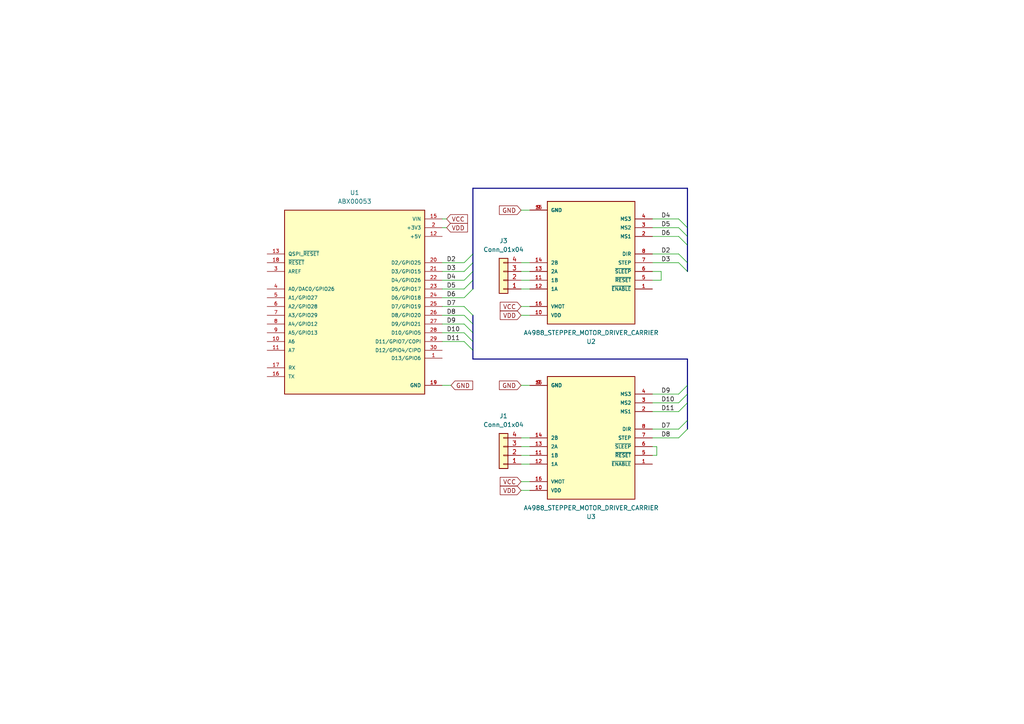
<source format=kicad_sch>
(kicad_sch (version 20230121) (generator eeschema)
  (paper "A4")
  (lib_symbols
    (symbol "A4988_STEPPER_MOTOR_DRIVER_CARRIER:A4988_STEPPER_MOTOR_DRIVER_CARRIER" (pin_names (offset 1.016))
      (property "Reference" "U" (at -12.7 19.05 0))
      (property "Value" "A4988_STEPPER_MOTOR_DRIVER_CARRIER" (at -12.7 -21.59 0))
      (symbol "A4988_STEPPER_MOTOR_DRIVER_CARRIER_0_0"
        (rectangle (start -12.7 -17.78) (end 12.7 17.78) (stroke (width 0.254)) (fill (type background)))
        (pin input line (at -17.78 7.62 0) (length 5.08) (name "~{ENABLE}") (number "1"))
        (pin power_in line (at 17.78 15.24 180) (length 5.08) (name "VDD") (number "10"))
        (pin output line (at 17.78 5.08 180) (length 5.08) (name "1B") (number "11"))
        (pin output line (at 17.78 7.62 180) (length 5.08) (name "1A") (number "12"))
        (pin output line (at 17.78 2.54 180) (length 5.08) (name "2A") (number "13"))
        (pin output line (at 17.78 0 180) (length 5.08) (name "2B") (number "14"))
        (pin power_in line (at 17.78 -15.24 180) (length 5.08) (name "GND") (number "15"))
        (pin power_in line (at 17.78 12.7 180) (length 5.08) (name "VMOT") (number "16"))
        (pin input line (at -17.78 -7.62 0) (length 5.08) (name "MS1") (number "2"))
        (pin input line (at -17.78 -10.16 0) (length 5.08) (name "MS2") (number "3"))
        (pin input line (at -17.78 -12.7 0) (length 5.08) (name "MS3") (number "4"))
        (pin input line (at -17.78 5.08 0) (length 5.08) (name "~{RESET}") (number "5"))
        (pin input line (at -17.78 2.54 0) (length 5.08) (name "~{SLEEP}") (number "6"))
        (pin input line (at -17.78 0 0) (length 5.08) (name "STEP") (number "7"))
        (pin input line (at -17.78 -2.54 0) (length 5.08) (name "DIR") (number "8"))
        (pin power_in line (at 17.78 -15.24 180) (length 5.08) (name "GND") (number "9"))
      )
    )
    (symbol "ABX00053:ABX00053" (pin_names (offset 1.016))
      (property "Reference" "U" (at -20.32 26.289 0))
      (property "Value" "ABX00053" (at -20.32 -30.48 0))
      (symbol "ABX00053_0_0"
        (rectangle (start -20.32 -27.94) (end 20.32 25.4) (stroke (width 0.254)) (fill (type background)))
        (pin bidirectional line (at 25.4 -17.526 180) (length 5.08) (name "D13/GPIO6") (number "1"))
        (pin bidirectional line (at -25.4 -12.7 0) (length 5.08) (name "A6") (number "10"))
        (pin bidirectional line (at -25.4 -15.24 0) (length 5.08) (name "A7") (number "11"))
        (pin power_in line (at 25.4 17.78 180) (length 5.08) (name "+5V") (number "12"))
        (pin input line (at -25.4 12.7 0) (length 5.08) (name "QSPI_~{RESET}") (number "13"))
        (pin power_in line (at 25.4 -25.4 180) (length 5.08) (name "GND") (number "14"))
        (pin power_in line (at 25.4 22.86 180) (length 5.08) (name "VIN") (number "15"))
        (pin bidirectional line (at -25.4 -22.86 0) (length 5.08) (name "TX") (number "16"))
        (pin bidirectional line (at -25.4 -20.32 0) (length 5.08) (name "RX") (number "17"))
        (pin input line (at -25.4 10.16 0) (length 5.08) (name "~{RESET}") (number "18"))
        (pin power_in line (at 25.4 -25.4 180) (length 5.08) (name "GND") (number "19"))
        (pin power_in line (at 25.4 20.32 180) (length 5.08) (name "+3V3") (number "2"))
        (pin bidirectional line (at 25.4 10.16 180) (length 5.08) (name "D2/GPIO25") (number "20"))
        (pin bidirectional line (at 25.4 7.62 180) (length 5.08) (name "D3/GPIO15") (number "21"))
        (pin bidirectional line (at 25.4 5.08 180) (length 5.08) (name "D4/GPIO26") (number "22"))
        (pin bidirectional line (at 25.4 2.54 180) (length 5.08) (name "D5/GPIO17") (number "23"))
        (pin bidirectional line (at 25.4 0 180) (length 5.08) (name "D6/GPIO18") (number "24"))
        (pin bidirectional line (at 25.4 -2.54 180) (length 5.08) (name "D7/GPIO19") (number "25"))
        (pin bidirectional line (at 25.4 -5.08 180) (length 5.08) (name "D8/GPIO20") (number "26"))
        (pin bidirectional line (at 25.4 -7.62 180) (length 5.08) (name "D9/GPIO21") (number "27"))
        (pin bidirectional line (at 25.4 -10.16 180) (length 5.08) (name "D10/GPIO5") (number "28"))
        (pin bidirectional line (at 25.4 -12.7 180) (length 5.08) (name "D11/GPIO7/COPI") (number "29"))
        (pin bidirectional line (at -25.4 7.62 0) (length 5.08) (name "AREF") (number "3"))
        (pin bidirectional line (at 25.4 -15.24 180) (length 5.08) (name "D12/GPIO4/CIPO") (number "30"))
        (pin bidirectional line (at -25.4 2.54 0) (length 5.08) (name "A0/DAC0/GPIO26") (number "4"))
        (pin bidirectional line (at -25.4 0 0) (length 5.08) (name "A1/GPIO27") (number "5"))
        (pin bidirectional line (at -25.4 -2.54 0) (length 5.08) (name "A2/GPIO28") (number "6"))
        (pin bidirectional line (at -25.4 -5.08 0) (length 5.08) (name "A3/GPIO29") (number "7"))
        (pin bidirectional line (at -25.4 -7.62 0) (length 5.08) (name "A4/GPIO12") (number "8"))
        (pin bidirectional line (at -25.4 -10.16 0) (length 5.08) (name "A5/GPIO13") (number "9"))
      )
    )
    (symbol "Connector_Generic:Conn_01x04" (pin_names (offset 1.016) hide)
      (property "Reference" "J" (at 0 5.08 0))
      (property "Value" "Conn_01x04" (at 0 -7.62 0))
      (symbol "Conn_01x04_1_1"
        (rectangle (start -1.27 -4.953) (end 0 -5.207) (stroke (width 0.1524)))
        (rectangle (start -1.27 -2.413) (end 0 -2.667) (stroke (width 0.1524)))
        (rectangle (start -1.27 0.127) (end 0 -0.127) (stroke (width 0.1524)))
        (rectangle (start -1.27 2.667) (end 0 2.413) (stroke (width 0.1524)))
        (rectangle (start -1.27 3.81) (end 1.27 -6.35) (stroke (width 0.254)) (fill (type background)))
        (pin passive line (at -5.08 2.54 0) (length 3.81) (name "Pin_1") (number "1"))
        (pin passive line (at -5.08 0 0) (length 3.81) (name "Pin_2") (number "2"))
        (pin passive line (at -5.08 -2.54 0) (length 3.81) (name "Pin_3") (number "3"))
        (pin passive line (at -5.08 -5.08 0) (length 3.81) (name "Pin_4") (number "4"))
      )
    )
  )
  (bus_entry (at 134.62 91.44) (size 2.54 2.54))
  (bus_entry (at 196.85 73.66) (size 2.54 2.54))
  (bus_entry (at 196.85 68.58) (size 2.54 2.54))
  (bus_entry (at 134.62 99.06) (size 2.54 2.54))
  (bus_entry (at 196.85 116.84) (size 2.54 -2.54))
  (bus_entry (at 196.85 127) (size 2.54 -2.54))
  (bus_entry (at 134.62 81.28) (size 2.54 -2.54))
  (bus_entry (at 196.85 119.38) (size 2.54 -2.54))
  (bus_entry (at 196.85 66.04) (size 2.54 2.54))
  (bus_entry (at 196.85 114.3) (size 2.54 -2.54))
  (bus_entry (at 134.62 78.74) (size 2.54 -2.54))
  (bus_entry (at 134.62 93.98) (size 2.54 2.54))
  (bus_entry (at 134.62 88.9) (size 2.54 2.54))
  (bus_entry (at 134.62 86.36) (size 2.54 -2.54))
  (bus_entry (at 134.62 76.2) (size 2.54 -2.54))
  (bus_entry (at 134.62 83.82) (size 2.54 -2.54))
  (bus_entry (at 196.85 124.46) (size 2.54 -2.54))
  (bus_entry (at 196.85 76.2) (size 2.54 2.54))
  (bus_entry (at 196.85 63.5) (size 2.54 2.54))
  (bus_entry (at 134.62 96.52) (size 2.54 2.54))
  (bus (pts (xy 199.39 121.92) (xy 199.39 124.46)))
  (wire (pts (xy 153.67 76.2) (xy 151.13 76.2)))
  (bus (pts (xy 199.39 66.04) (xy 199.39 68.58)))
  (wire (pts (xy 153.67 60.96) (xy 151.13 60.96)))
  (wire (pts (xy 128.27 76.2) (xy 134.62 76.2)))
  (bus (pts (xy 199.39 76.2) (xy 199.39 78.74)))
  (wire (pts (xy 128.27 83.82) (xy 134.62 83.82)))
  (wire (pts (xy 151.13 142.24) (xy 153.67 142.24)))
  (wire (pts (xy 128.27 93.98) (xy 134.62 93.98)))
  (wire (pts (xy 153.67 88.9) (xy 151.13 88.9)))
  (bus (pts (xy 199.39 116.84) (xy 199.39 121.92)))
  (wire (pts (xy 128.27 81.28) (xy 134.62 81.28)))
  (bus (pts (xy 137.16 99.06) (xy 137.16 96.52)))
  (bus (pts (xy 137.16 93.98) (xy 137.16 91.44)))
  (wire (pts (xy 153.67 81.28) (xy 151.13 81.28)))
  (wire (pts (xy 151.13 127) (xy 153.67 127)))
  (wire (pts (xy 189.23 119.38) (xy 196.85 119.38)))
  (bus (pts (xy 137.16 101.6) (xy 137.16 99.06)))
  (wire (pts (xy 128.27 78.74) (xy 134.62 78.74)))
  (wire (pts (xy 189.23 68.58) (xy 196.85 68.58)))
  (bus (pts (xy 199.39 111.76) (xy 199.39 114.3)))
  (wire (pts (xy 189.23 76.2) (xy 196.85 76.2)))
  (wire (pts (xy 189.23 116.84) (xy 196.85 116.84)))
  (bus (pts (xy 199.39 54.61) (xy 199.39 66.04)))
  (wire (pts (xy 128.27 66.04) (xy 129.54 66.04)))
  (wire (pts (xy 128.27 86.36) (xy 134.62 86.36)))
  (wire (pts (xy 189.23 124.46) (xy 196.85 124.46)))
  (wire (pts (xy 190.5 132.08) (xy 190.5 129.54)))
  (wire (pts (xy 190.5 129.54) (xy 189.23 129.54)))
  (wire (pts (xy 128.27 63.5) (xy 129.54 63.5)))
  (wire (pts (xy 191.77 78.74) (xy 189.23 78.74)))
  (wire (pts (xy 189.23 66.04) (xy 196.85 66.04)))
  (bus (pts (xy 137.16 76.2) (xy 137.16 78.74)))
  (wire (pts (xy 189.23 114.3) (xy 196.85 114.3)))
  (wire (pts (xy 153.67 78.74) (xy 151.13 78.74)))
  (bus (pts (xy 137.16 78.74) (xy 137.16 81.28)))
  (wire (pts (xy 153.67 91.44) (xy 151.13 91.44)))
  (wire (pts (xy 189.23 73.66) (xy 196.85 73.66)))
  (wire (pts (xy 153.67 132.08) (xy 151.13 132.08)))
  (bus (pts (xy 137.16 104.14) (xy 137.16 101.6)))
  (bus (pts (xy 199.39 68.58) (xy 199.39 71.12)))
  (wire (pts (xy 128.27 91.44) (xy 134.62 91.44)))
  (bus (pts (xy 137.16 96.52) (xy 137.16 93.98)))
  (bus (pts (xy 137.16 54.61) (xy 199.39 54.61)))
  (wire (pts (xy 153.67 139.7) (xy 151.13 139.7)))
  (wire (pts (xy 151.13 129.54) (xy 153.67 129.54)))
  (wire (pts (xy 128.27 96.52) (xy 134.62 96.52)))
  (bus (pts (xy 137.16 104.14) (xy 199.39 104.14)))
  (bus (pts (xy 199.39 104.14) (xy 199.39 111.76)))
  (wire (pts (xy 128.27 88.9) (xy 134.62 88.9)))
  (bus (pts (xy 199.39 71.12) (xy 199.39 76.2)))
  (bus (pts (xy 199.39 114.3) (xy 199.39 116.84)))
  (bus (pts (xy 137.16 73.66) (xy 137.16 76.2)))
  (wire (pts (xy 189.23 63.5) (xy 196.85 63.5)))
  (bus (pts (xy 137.16 81.28) (xy 137.16 83.82)))
  (wire (pts (xy 191.77 81.28) (xy 191.77 78.74)))
  (wire (pts (xy 189.23 132.08) (xy 190.5 132.08)))
  (wire (pts (xy 153.67 111.76) (xy 151.13 111.76)))
  (bus (pts (xy 137.16 54.61) (xy 137.16 73.66)))
  (wire (pts (xy 189.23 127) (xy 196.85 127)))
  (wire (pts (xy 128.27 111.76) (xy 130.81 111.76)))
  (wire (pts (xy 128.27 99.06) (xy 134.62 99.06)))
  (wire (pts (xy 151.13 134.62) (xy 153.67 134.62)))
  (wire (pts (xy 153.67 83.82) (xy 151.13 83.82)))
  (wire (pts (xy 189.23 81.28) (xy 191.77 81.28)))
  (label "D7" (at 129.54 88.9 0))
  (label "D11" (at 191.77 119.38 0))
  (label "D8" (at 129.54 91.44 0))
  (label "D4" (at 191.77 63.5 0))
  (label "D7" (at 191.77 124.46 0))
  (label "D5" (at 191.77 66.04 0))
  (label "D6" (at 129.54 86.36 0))
  (label "D9" (at 129.54 93.98 0))
  (label "D6" (at 191.77 68.58 0))
  (label "D2" (at 191.77 73.66 0))
  (label "D3" (at 191.77 76.2 0))
  (label "D8" (at 191.77 127 0))
  (label "D11" (at 129.54 99.06 0))
  (label "D10" (at 129.54 96.52 0))
  (label "D4" (at 129.54 81.28 0))
  (label "D3" (at 129.54 78.74 0))
  (label "D5" (at 129.54 83.82 0))
  (label "D2" (at 129.54 76.2 0))
  (label "D10" (at 191.77 116.84 0))
  (label "D9" (at 191.77 114.3 0))
  (global_label "VDD" (shape input) (at 151.13 91.44 180) (property "Intersheetrefs" "${INTERSHEET_REFS}" (effects hide)))
  (global_label "GND" (shape input) (at 151.13 60.96 180) (property "Intersheetrefs" "${INTERSHEET_REFS}" (effects hide)))
  (global_label "VDD" (shape input) (at 151.13 142.24 180) (property "Intersheetrefs" "${INTERSHEET_REFS}" (effects hide)))
  (global_label "VDD" (shape input) (at 129.54 66.04 0) (property "Intersheetrefs" "${INTERSHEET_REFS}" (effects hide)))
  (global_label "VCC" (shape input) (at 129.54 63.5 0) (property "Intersheetrefs" "${INTERSHEET_REFS}" (effects hide)))
  (global_label "VCC" (shape input) (at 151.13 139.7 180) (property "Intersheetrefs" "${INTERSHEET_REFS}" (effects hide)))
  (global_label "GND" (shape input) (at 151.13 111.76 180) (property "Intersheetrefs" "${INTERSHEET_REFS}" (effects hide)))
  (global_label "VCC" (shape input) (at 151.13 88.9 180) (property "Intersheetrefs" "${INTERSHEET_REFS}" (effects hide)))
  (global_label "GND" (shape input) (at 130.81 111.76 0) (property "Intersheetrefs" "${INTERSHEET_REFS}" (effects hide)))
  (symbol (lib_id "ABX00053:ABX00053") (at 102.87 86.36 0) (unit 1)
    (property "Reference" "U1" (at 102.87 55.88 0))
    (property "Value" "ABX00053" (at 102.87 58.42 0))
    (property "Footprint" "ABX00053:MODULE_ABX00053" (effects hide))
    (property "PARTREV" "Rev. 01 - 14/05/2021" (effects hide))
    (property "MANUFACTURER" "Arduino" (effects hide))
    (property "STANDARD" "Manufacturer Recommendations" (effects hide))
  )
  (symbol (lib_id "A4988_STEPPER_MOTOR_DRIVER_CARRIER:A4988_STEPPER_MOTOR_DRIVER_CARRIER") (at 171.45 76.2 180) (unit 1)
    (property "Reference" "U2" (at 171.45 99.06 0))
    (property "Value" "A4988_STEPPER_MOTOR_DRIVER_CARRIER" (at 171.45 96.52 0))
    (property "Footprint" "A4988_STEPPER_MOTOR_DRIVER_CARRIER:MODULE_A4988_STEPPER_MOTOR_DRIVER_CARRIER" (effects hide))
    (property "MF" "Pololu" (effects hide))
    (property "DESCRIPTION" "Stepper motor controler; IC: A4988; 1A; Uin mot: 8÷35V" (effects hide))
    (property "PACKAGE" "None" (effects hide))
    (property "PRICE" "None" (effects hide))
    (property "MP" "A4988 STEPPER MOTOR DRIVER CARRIER" (effects hide))
    (property "AVAILABILITY" "Unavailable" (effects hide))
  )
  (symbol (lib_id "Connector_Generic:Conn_01x04") (at 146.05 81.28 180) (unit 1)
    (property "Reference" "J3" (at 146.05 69.85 0))
    (property "Value" "Conn_01x04" (at 146.05 72.39 0))
  )
  (symbol (lib_id "Connector_Generic:Conn_01x04") (at 146.05 132.08 180) (unit 1)
    (property "Reference" "J1" (at 146.05 120.65 0))
    (property "Value" "Conn_01x04" (at 146.05 123.19 0))
  )
  (symbol (lib_id "A4988_STEPPER_MOTOR_DRIVER_CARRIER:A4988_STEPPER_MOTOR_DRIVER_CARRIER") (at 171.45 127 180) (unit 1)
    (property "Reference" "U3" (at 171.45 149.86 0))
    (property "Value" "A4988_STEPPER_MOTOR_DRIVER_CARRIER" (at 171.45 147.32 0))
    (property "Footprint" "A4988_STEPPER_MOTOR_DRIVER_CARRIER:MODULE_A4988_STEPPER_MOTOR_DRIVER_CARRIER" (effects hide))
    (property "MF" "Pololu" (effects hide))
    (property "DESCRIPTION" "Stepper motor controler; IC: A4988; 1A; Uin mot: 8÷35V" (effects hide))
    (property "PACKAGE" "None" (effects hide))
    (property "PRICE" "None" (effects hide))
    (property "MP" "A4988 STEPPER MOTOR DRIVER CARRIER" (effects hide))
    (property "AVAILABILITY" "Unavailable" (effects hide))
  )
)
</source>
